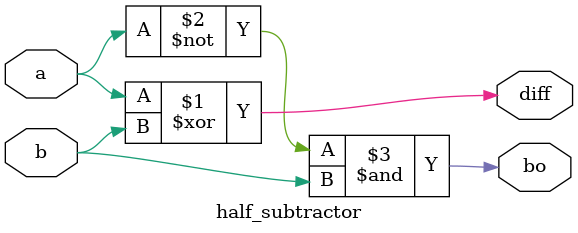
<source format=v>
module half_subtractor(
    input a,b,
    output diff,bo
);
xor(diff,a,b);
and(bo,~a,b);
endmodule
</source>
